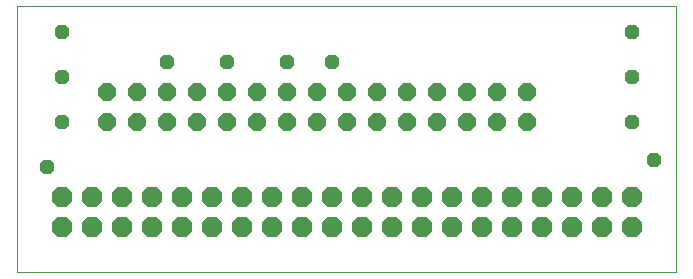
<source format=gbr>
G75*
%MOIN*%
%OFA0B0*%
%FSLAX24Y24*%
%IPPOS*%
%LPD*%
%AMOC8*
5,1,8,0,0,1.08239X$1,22.5*
%
%ADD10C,0.0000*%
%ADD11OC8,0.0680*%
%ADD12OC8,0.0595*%
%ADD13OC8,0.0476*%
D10*
X000850Y000350D02*
X000850Y009220D01*
X022842Y009220D01*
X022842Y000350D01*
X000850Y000350D01*
D11*
X002350Y001850D03*
X002350Y002850D03*
X003350Y002850D03*
X003350Y001850D03*
X004350Y001850D03*
X004350Y002850D03*
X005350Y002850D03*
X005350Y001850D03*
X006350Y001850D03*
X006350Y002850D03*
X007350Y002850D03*
X007350Y001850D03*
X008350Y001850D03*
X008350Y002850D03*
X009350Y002850D03*
X009350Y001850D03*
X010350Y001850D03*
X010350Y002850D03*
X011350Y002850D03*
X011350Y001850D03*
X012350Y001850D03*
X012350Y002850D03*
X013350Y002850D03*
X013350Y001850D03*
X014350Y001850D03*
X014350Y002850D03*
X015350Y002850D03*
X015350Y001850D03*
X016350Y001850D03*
X016350Y002850D03*
X017350Y002850D03*
X017350Y001850D03*
X018350Y001850D03*
X018350Y002850D03*
X019350Y002850D03*
X019350Y001850D03*
X020350Y001850D03*
X020350Y002850D03*
X021350Y002850D03*
X021350Y001850D03*
D12*
X017850Y005350D03*
X016850Y005350D03*
X015850Y005350D03*
X014850Y005350D03*
X014850Y006350D03*
X015850Y006350D03*
X016850Y006350D03*
X017850Y006350D03*
X013850Y006350D03*
X012850Y006350D03*
X011850Y006350D03*
X011850Y005350D03*
X012850Y005350D03*
X013850Y005350D03*
X010850Y005350D03*
X009850Y005350D03*
X008850Y005350D03*
X008850Y006350D03*
X009850Y006350D03*
X010850Y006350D03*
X007850Y006350D03*
X006850Y006350D03*
X005850Y006350D03*
X005850Y005350D03*
X006850Y005350D03*
X007850Y005350D03*
X004850Y005350D03*
X003850Y005350D03*
X003850Y006350D03*
X004850Y006350D03*
D13*
X005850Y007350D03*
X007850Y007350D03*
X009850Y007350D03*
X011350Y007350D03*
X002350Y006850D03*
X002350Y005350D03*
X001850Y003850D03*
X002350Y008350D03*
X021350Y008350D03*
X021350Y006850D03*
X021350Y005350D03*
X022100Y004100D03*
M02*

</source>
